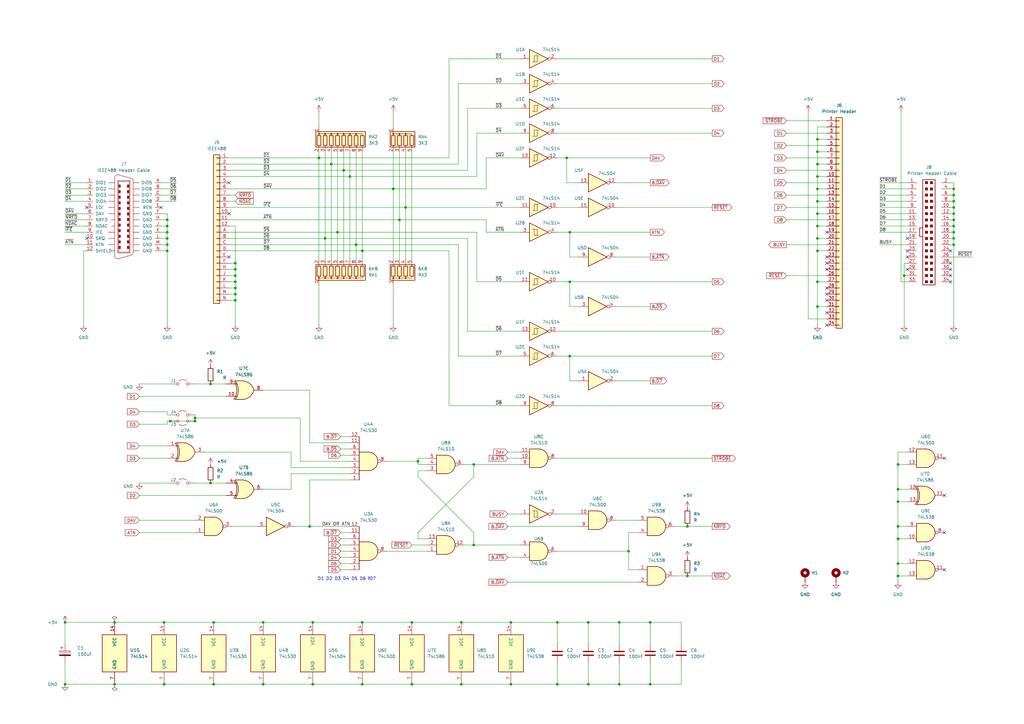
<source format=kicad_sch>
(kicad_sch (version 20250114) (generator "eeschema") (generator_version "9.0")
  (paper "A3")
  (title_block (title "F10-IEEE-IF IEEE488 Adapter for CBM 6400") (date "2024-06-21") (rev "A") (comment 1 "reverse-engineered in 2024") (comment 2 "creativecommons.org/licenses/by-sa/4.0/") (comment 3 "License: CC BY-SA 4.0") (comment 4 "Author: InsaneDruid"))
  (text "D1 D2 D3 D4 D5 D6 !D7" (at 142.24 237.49 0) (effects (font (size 1.27 1.27))))
  (junction (at 232.41 64.77))
  (junction (at 189.23 280.67))
  (junction (at 87.63 280.67))
  (junction (at 127 215.9))
  (junction (at 335.28 72.39))
  (junction (at 335.28 102.87))
  (junction (at 128.27 255.27))
  (junction (at 68.58 100.33))
  (junction (at 168.91 255.27))
  (junction (at 209.55 255.27))
  (junction (at 391.16 77.47))
  (junction (at 254 255.27))
  (junction (at 96.52 115.57))
  (junction (at 135.89 67.31))
  (junction (at 391.16 87.63))
  (junction (at 266.7 280.67))
  (junction (at 146.05 100.33))
  (junction (at 96.52 120.65))
  (junction (at 46.99 280.67))
  (junction (at 391.16 80.01))
  (junction (at 266.7 255.27))
  (junction (at 335.28 77.47))
  (junction (at 68.58 92.71))
  (junction (at 26.67 255.27))
  (junction (at 335.28 67.31))
  (junction (at 148.59 255.27))
  (junction (at 368.3 190.5))
  (junction (at 391.16 97.79))
  (junction (at 130.81 64.77))
  (junction (at 87.63 255.27))
  (junction (at 96.52 107.95))
  (junction (at 86.36 198.12))
  (junction (at 254 280.67))
  (junction (at 96.52 110.49))
  (junction (at 335.28 92.71))
  (junction (at 281.94 215.9))
  (junction (at 68.58 97.79))
  (junction (at 80.01 172.72))
  (junction (at 368.3 231.14))
  (junction (at 107.95 280.67))
  (junction (at 368.3 220.98))
  (junction (at 166.37 85.09))
  (junction (at 368.3 236.22))
  (junction (at 391.16 100.33))
  (junction (at 168.91 280.67))
  (junction (at 96.52 118.11))
  (junction (at 140.97 69.85))
  (junction (at 233.68 146.05))
  (junction (at 80.01 171.45))
  (junction (at 335.28 125.73))
  (junction (at 368.3 205.74))
  (junction (at 370.84 113.03))
  (junction (at 171.45 189.23))
  (junction (at 96.52 123.19))
  (junction (at 335.28 62.23))
  (junction (at 368.3 215.9))
  (junction (at 335.28 97.79))
  (junction (at 241.3 280.67))
  (junction (at 391.16 90.17))
  (junction (at 391.16 82.55))
  (junction (at 391.16 92.71))
  (junction (at 335.28 57.15))
  (junction (at 241.3 255.27))
  (junction (at 148.59 102.87))
  (junction (at 335.28 115.57))
  (junction (at 161.29 77.47))
  (junction (at 233.68 115.57))
  (junction (at 228.6 255.27))
  (junction (at 233.68 95.25))
  (junction (at 281.94 236.22))
  (junction (at 67.31 280.67))
  (junction (at 107.95 255.27))
  (junction (at 391.16 95.25))
  (junction (at 368.3 200.66))
  (junction (at 68.58 102.87))
  (junction (at 257.81 226.06))
  (junction (at 335.28 87.63))
  (junction (at 138.43 95.25))
  (junction (at 128.27 280.67))
  (junction (at 209.55 280.67))
  (junction (at 194.31 223.52))
  (junction (at 163.83 90.17))
  (junction (at 133.35 97.79))
  (junction (at 67.31 255.27))
  (junction (at 335.28 82.55))
  (junction (at 194.31 190.5))
  (junction (at 148.59 280.67))
  (junction (at 391.16 85.09))
  (junction (at 86.36 157.48))
  (junction (at 26.67 280.67))
  (junction (at 69.85 172.72))
  (junction (at 143.51 72.39))
  (junction (at 46.99 255.27))
  (junction (at 228.6 280.67))
  (junction (at 189.23 255.27))
  (junction (at 68.58 95.25))
  (junction (at 68.58 90.17))
  (junction (at 96.52 113.03))
  (no_connect (at 389.89 110.49))
  (no_connect (at 387.35 233.68))
  (no_connect (at 339.09 95.25))
  (no_connect (at 387.35 187.96))
  (no_connect (at 93.98 105.41))
  (no_connect (at 339.09 123.19))
  (no_connect (at 93.98 74.93))
  (no_connect (at 35.56 85.09))
  (no_connect (at 389.89 107.95))
  (no_connect (at 387.35 203.2))
  (no_connect (at 339.09 128.27))
  (no_connect (at 339.09 120.65))
  (no_connect (at 372.11 105.41))
  (no_connect (at 66.04 85.09))
  (no_connect (at 389.89 113.03))
  (no_connect (at 339.09 133.35))
  (no_connect (at 339.09 118.11))
  (no_connect (at 93.98 87.63))
  (no_connect (at 372.11 110.49))
  (no_connect (at 339.09 107.95))
  (no_connect (at 339.09 105.41))
  (no_connect (at 339.09 110.49))
  (no_connect (at 372.11 97.79))
  (no_connect (at 389.89 115.57))
  (no_connect (at 35.56 97.79))
  (no_connect (at 389.89 102.87))
  (no_connect (at 387.35 218.44))
  (no_connect (at 372.11 102.87))
  (wire (pts (xy 93.98 77.47) (xy 161.29 77.47)))
  (wire (pts (xy 228.6 34.29) (xy 292.1 34.29)))
  (wire (pts (xy 143.51 72.39) (xy 195.58 72.39)))
  (wire (pts (xy 195.58 54.61) (xy 213.36 54.61)))
  (wire (pts (xy 191.77 135.89) (xy 213.36 135.89)))
  (wire (pts (xy 166.37 62.23) (xy 166.37 85.09)))
  (wire (pts (xy 199.39 95.25) (xy 213.36 95.25)))
  (wire (pts (xy 86.36 157.48) (xy 92.71 157.48)))
  (wire (pts (xy 107.95 160.02) (xy 127 160.02)))
  (wire (pts (xy 322.58 113.03) (xy 339.09 113.03)))
  (wire (pts (xy 254 280.67) (xy 266.7 280.67)))
  (wire (pts (xy 228.6 44.45) (xy 292.1 44.45)))
  (wire (pts (xy 68.58 172.72) (xy 69.85 172.72)))
  (wire (pts (xy 93.98 100.33) (xy 146.05 100.33)))
  (wire (pts (xy 257.81 218.44) (xy 261.62 218.44)))
  (wire (pts (xy 391.16 97.79) (xy 389.89 97.79)))
  (wire (pts (xy 335.28 97.79) (xy 339.09 97.79)))
  (wire (pts (xy 391.16 95.25) (xy 391.16 97.79)))
  (wire (pts (xy 57.15 198.12) (xy 69.85 198.12)))
  (wire (pts (xy 194.31 223.52) (xy 213.36 223.52)))
  (wire (pts (xy 228.6 271.78) (xy 228.6 280.67)))
  (wire (pts (xy 199.39 90.17) (xy 199.39 95.25)))
  (wire (pts (xy 335.28 67.31) (xy 339.09 67.31)))
  (wire (pts (xy 372.11 95.25) (xy 360.68 95.25)))
  (wire (pts (xy 57.15 157.48) (xy 69.85 157.48)))
  (wire (pts (xy 80.01 171.45) (xy 123.19 171.45)))
  (wire (pts (xy 171.45 220.98) (xy 175.26 220.98)))
  (wire (pts (xy 276.86 215.9) (xy 281.94 215.9)))
  (wire (pts (xy 26.67 74.93) (xy 35.56 74.93)))
  (wire (pts (xy 139.7 186.69) (xy 143.51 186.69)))
  (wire (pts (xy 233.68 125.73) (xy 233.68 115.57)))
  (wire (pts (xy 96.52 92.71) (xy 96.52 107.95)))
  (wire (pts (xy 233.68 125.73) (xy 237.49 125.73)))
  (wire (pts (xy 93.98 85.09) (xy 166.37 85.09)))
  (wire (pts (xy 83.82 185.42) (xy 119.38 185.42)))
  (wire (pts (xy 191.77 44.45) (xy 191.77 69.85)))
  (wire (pts (xy 66.04 80.01) (xy 72.39 80.01)))
  (wire (pts (xy 26.67 100.33) (xy 35.56 100.33)))
  (wire (pts (xy 68.58 92.71) (xy 68.58 95.25)))
  (wire (pts (xy 252.73 213.36) (xy 261.62 213.36)))
  (wire (pts (xy 148.59 255.27) (xy 168.91 255.27)))
  (wire (pts (xy 335.28 67.31) (xy 335.28 72.39)))
  (wire (pts (xy 208.28 215.9) (xy 237.49 215.9)))
  (wire (pts (xy 322.58 69.85) (xy 339.09 69.85)))
  (wire (pts (xy 86.36 198.12) (xy 92.71 198.12)))
  (wire (pts (xy 87.63 255.27) (xy 107.95 255.27)))
  (wire (pts (xy 372.11 87.63) (xy 360.68 87.63)))
  (wire (pts (xy 26.67 255.27) (xy 46.99 255.27)))
  (wire (pts (xy 184.15 166.37) (xy 184.15 102.87)))
  (wire (pts (xy 26.67 90.17) (xy 35.56 90.17)))
  (wire (pts (xy 372.11 107.95) (xy 370.84 107.95)))
  (wire (pts (xy 96.52 80.01) (xy 93.98 80.01)))
  (wire (pts (xy 228.6 115.57) (xy 233.68 115.57)))
  (wire (pts (xy 139.7 223.52) (xy 143.51 223.52)))
  (wire (pts (xy 391.16 92.71) (xy 391.16 95.25)))
  (wire (pts (xy 107.95 280.67) (xy 128.27 280.67)))
  (wire (pts (xy 139.7 233.68) (xy 143.51 233.68)))
  (wire (pts (xy 66.04 95.25) (xy 68.58 95.25)))
  (wire (pts (xy 233.68 146.05) (xy 292.1 146.05)))
  (wire (pts (xy 228.6 85.09) (xy 237.49 85.09)))
  (wire (pts (xy 209.55 255.27) (xy 228.6 255.27)))
  (wire (pts (xy 391.16 100.33) (xy 389.89 100.33)))
  (wire (pts (xy 67.31 280.67) (xy 87.63 280.67)))
  (wire (pts (xy 257.81 218.44) (xy 257.81 226.06)))
  (wire (pts (xy 140.97 69.85) (xy 140.97 106.68)))
  (wire (pts (xy 372.11 113.03) (xy 370.84 113.03)))
  (wire (pts (xy 252.73 125.73) (xy 266.7 125.73)))
  (wire (pts (xy 119.38 191.77) (xy 143.51 191.77)))
  (wire (pts (xy 335.28 102.87) (xy 339.09 102.87)))
  (wire (pts (xy 127 196.85) (xy 143.51 196.85)))
  (wire (pts (xy 146.05 62.23) (xy 146.05 100.33)))
  (wire (pts (xy 368.3 236.22) (xy 368.3 238.76)))
  (wire (pts (xy 233.68 115.57) (xy 292.1 115.57)))
  (wire (pts (xy 123.19 189.23) (xy 143.51 189.23)))
  (wire (pts (xy 372.11 100.33) (xy 360.68 100.33)))
  (wire (pts (xy 208.28 210.82) (xy 213.36 210.82)))
  (wire (pts (xy 189.23 255.27) (xy 209.55 255.27)))
  (wire (pts (xy 208.28 238.76) (xy 261.62 238.76)))
  (wire (pts (xy 213.36 228.6) (xy 208.28 228.6)))
  (wire (pts (xy 130.81 45.72) (xy 130.81 52.07)))
  (wire (pts (xy 120.65 215.9) (xy 127 215.9)))
  (wire (pts (xy 93.98 90.17) (xy 163.83 90.17)))
  (wire (pts (xy 166.37 85.09) (xy 213.36 85.09)))
  (wire (pts (xy 93.98 95.25) (xy 138.43 95.25)))
  (wire (pts (xy 241.3 255.27) (xy 228.6 255.27)))
  (wire (pts (xy 93.98 64.77) (xy 130.81 64.77)))
  (wire (pts (xy 69.85 172.72) (xy 80.01 172.72)))
  (wire (pts (xy 168.91 62.23) (xy 168.91 106.68)))
  (wire (pts (xy 128.27 280.67) (xy 148.59 280.67)))
  (wire (pts (xy 233.68 156.21) (xy 237.49 156.21)))
  (wire (pts (xy 208.28 187.96) (xy 213.36 187.96)))
  (wire (pts (xy 266.7 280.67) (xy 266.7 271.78)))
  (wire (pts (xy 123.19 171.45) (xy 123.19 189.23)))
  (wire (pts (xy 184.15 24.13) (xy 213.36 24.13)))
  (wire (pts (xy 339.09 100.33) (xy 322.58 100.33)))
  (wire (pts (xy 26.67 82.55) (xy 35.56 82.55)))
  (wire (pts (xy 80.01 171.45) (xy 80.01 172.72)))
  (wire (pts (xy 322.58 54.61) (xy 339.09 54.61)))
  (wire (pts (xy 187.96 146.05) (xy 213.36 146.05)))
  (wire (pts (xy 368.3 236.22) (xy 372.11 236.22)))
  (wire (pts (xy 139.7 226.06) (xy 143.51 226.06)))
  (wire (pts (xy 66.04 77.47) (xy 72.39 77.47)))
  (wire (pts (xy 368.3 200.66) (xy 372.11 200.66)))
  (wire (pts (xy 184.15 24.13) (xy 184.15 64.77)))
  (wire (pts (xy 339.09 52.07) (xy 335.28 52.07)))
  (wire (pts (xy 228.6 226.06) (xy 257.81 226.06)))
  (wire (pts (xy 335.28 72.39) (xy 335.28 77.47)))
  (wire (pts (xy 233.68 95.25) (xy 266.7 95.25)))
  (wire (pts (xy 389.89 85.09) (xy 391.16 85.09)))
  (wire (pts (xy 339.09 115.57) (xy 335.28 115.57)))
  (wire (pts (xy 372.11 80.01) (xy 360.68 80.01)))
  (wire (pts (xy 276.86 236.22) (xy 281.94 236.22)))
  (wire (pts (xy 335.28 72.39) (xy 339.09 72.39)))
  (wire (pts (xy 228.6 24.13) (xy 292.1 24.13)))
  (wire (pts (xy 158.75 189.23) (xy 171.45 189.23)))
  (wire (pts (xy 335.28 62.23) (xy 335.28 67.31)))
  (wire (pts (xy 232.41 74.93) (xy 237.49 74.93)))
  (wire (pts (xy 57.15 162.56) (xy 92.71 162.56)))
  (wire (pts (xy 195.58 54.61) (xy 195.58 72.39)))
  (wire (pts (xy 57.15 203.2) (xy 92.71 203.2)))
  (wire (pts (xy 391.16 87.63) (xy 389.89 87.63)))
  (wire (pts (xy 135.89 62.23) (xy 135.89 67.31)))
  (wire (pts (xy 46.99 280.67) (xy 67.31 280.67)))
  (wire (pts (xy 368.3 185.42) (xy 372.11 185.42)))
  (wire (pts (xy 368.3 231.14) (xy 372.11 231.14)))
  (wire (pts (xy 368.3 231.14) (xy 368.3 236.22)))
  (wire (pts (xy 34.29 102.87) (xy 35.56 102.87)))
  (wire (pts (xy 194.31 190.5) (xy 194.31 195.58)))
  (wire (pts (xy 127 181.61) (xy 143.51 181.61)))
  (wire (pts (xy 368.3 220.98) (xy 372.11 220.98)))
  (wire (pts (xy 252.73 105.41) (xy 266.7 105.41)))
  (wire (pts (xy 68.58 87.63) (xy 68.58 90.17)))
  (wire (pts (xy 228.6 95.25) (xy 233.68 95.25)))
  (wire (pts (xy 146.05 100.33) (xy 146.05 106.68)))
  (wire (pts (xy 228.6 135.89) (xy 292.1 135.89)))
  (wire (pts (xy 335.28 57.15) (xy 339.09 57.15)))
  (wire (pts (xy 266.7 264.16) (xy 266.7 255.27)))
  (wire (pts (xy 368.3 205.74) (xy 372.11 205.74)))
  (wire (pts (xy 252.73 74.93) (xy 266.7 74.93)))
  (wire (pts (xy 140.97 62.23) (xy 140.97 69.85)))
  (wire (pts (xy 199.39 77.47) (xy 161.29 77.47)))
  (wire (pts (xy 26.67 92.71) (xy 35.56 92.71)))
  (wire (pts (xy 163.83 90.17) (xy 163.83 106.68)))
  (wire (pts (xy 194.31 223.52) (xy 194.31 218.44)))
  (wire (pts (xy 26.67 95.25) (xy 35.56 95.25)))
  (wire (pts (xy 257.81 233.68) (xy 257.81 226.06)))
  (wire (pts (xy 93.98 72.39) (xy 143.51 72.39)))
  (wire (pts (xy 391.16 87.63) (xy 391.16 90.17)))
  (wire (pts (xy 133.35 97.79) (xy 133.35 106.68)))
  (wire (pts (xy 391.16 80.01) (xy 389.89 80.01)))
  (wire (pts (xy 171.45 193.04) (xy 175.26 193.04)))
  (wire (pts (xy 66.04 97.79) (xy 68.58 97.79)))
  (wire (pts (xy 138.43 95.25) (xy 195.58 95.25)))
  (wire (pts (xy 161.29 77.47) (xy 161.29 106.68)))
  (wire (pts (xy 80.01 157.48) (xy 86.36 157.48)))
  (wire (pts (xy 93.98 123.19) (xy 96.52 123.19)))
  (wire (pts (xy 163.83 62.23) (xy 163.83 90.17)))
  (wire (pts (xy 391.16 77.47) (xy 389.89 77.47)))
  (wire (pts (xy 139.7 184.15) (xy 143.51 184.15)))
  (wire (pts (xy 369.57 45.72) (xy 369.57 115.57)))
  (wire (pts (xy 128.27 255.27) (xy 148.59 255.27)))
  (wire (pts (xy 266.7 255.27) (xy 254 255.27)))
  (wire (pts (xy 158.75 226.06) (xy 175.26 226.06)))
  (wire (pts (xy 138.43 62.23) (xy 138.43 95.25)))
  (wire (pts (xy 135.89 67.31) (xy 135.89 106.68)))
  (wire (pts (xy 171.45 187.96) (xy 175.26 187.96)))
  (wire (pts (xy 391.16 82.55) (xy 389.89 82.55)))
  (wire (pts (xy 96.52 115.57) (xy 96.52 118.11)))
  (wire (pts (xy 335.28 77.47) (xy 339.09 77.47)))
  (wire (pts (xy 368.3 185.42) (xy 368.3 190.5)))
  (wire (pts (xy 96.52 113.03) (xy 96.52 115.57)))
  (wire (pts (xy 368.3 200.66) (xy 368.3 205.74)))
  (wire (pts (xy 254 255.27) (xy 241.3 255.27)))
  (wire (pts (xy 93.98 113.03) (xy 96.52 113.03)))
  (wire (pts (xy 391.16 100.33) (xy 391.16 133.35)))
  (wire (pts (xy 335.28 125.73) (xy 335.28 133.35)))
  (wire (pts (xy 93.98 102.87) (xy 148.59 102.87)))
  (wire (pts (xy 335.28 82.55) (xy 335.28 87.63)))
  (wire (pts (xy 96.52 118.11) (xy 96.52 120.65)))
  (wire (pts (xy 368.3 215.9) (xy 368.3 220.98)))
  (wire (pts (xy 187.96 146.05) (xy 187.96 100.33)))
  (wire (pts (xy 195.58 115.57) (xy 213.36 115.57)))
  (wire (pts (xy 254 255.27) (xy 254 264.16)))
  (wire (pts (xy 107.95 200.66) (xy 119.38 200.66)))
  (wire (pts (xy 195.58 115.57) (xy 195.58 95.25)))
  (wire (pts (xy 26.67 87.63) (xy 35.56 87.63)))
  (wire (pts (xy 26.67 255.27) (xy 26.67 264.16)))
  (wire (pts (xy 322.58 64.77) (xy 339.09 64.77)))
  (wire (pts (xy 107.95 255.27) (xy 128.27 255.27)))
  (wire (pts (xy 168.91 223.52) (xy 175.26 223.52)))
  (wire (pts (xy 148.59 62.23) (xy 148.59 102.87)))
  (wire (pts (xy 57.15 218.44) (xy 80.01 218.44)))
  (wire (pts (xy 209.55 280.67) (xy 228.6 280.67)))
  (wire (pts (xy 96.52 107.95) (xy 96.52 110.49)))
  (wire (pts (xy 93.98 120.65) (xy 96.52 120.65)))
  (wire (pts (xy 57.15 187.96) (xy 68.58 187.96)))
  (wire (pts (xy 228.6 166.37) (xy 292.1 166.37)))
  (wire (pts (xy 372.11 85.09) (xy 360.68 85.09)))
  (wire (pts (xy 368.3 190.5) (xy 372.11 190.5)))
  (wire (pts (xy 208.28 185.42) (xy 213.36 185.42)))
  (wire (pts (xy 372.11 77.47) (xy 360.68 77.47)))
  (wire (pts (xy 68.58 173.99) (xy 57.15 173.99)))
  (wire (pts (xy 168.91 280.67) (xy 189.23 280.67)))
  (wire (pts (xy 391.16 95.25) (xy 389.89 95.25)))
  (wire (pts (xy 66.04 90.17) (xy 68.58 90.17)))
  (wire (pts (xy 138.43 95.25) (xy 138.43 106.68)))
  (wire (pts (xy 143.51 62.23) (xy 143.51 72.39)))
  (wire (pts (xy 228.6 64.77) (xy 232.41 64.77)))
  (wire (pts (xy 398.78 105.41) (xy 389.89 105.41)))
  (wire (pts (xy 26.67 77.47) (xy 35.56 77.47)))
  (wire (pts (xy 241.3 255.27) (xy 241.3 264.16)))
  (wire (pts (xy 254 271.78) (xy 254 280.67)))
  (wire (pts (xy 96.52 82.55) (xy 93.98 82.55)))
  (wire (pts (xy 26.67 271.78) (xy 26.67 280.67)))
  (wire (pts (xy 171.45 190.5) (xy 171.45 189.23)))
  (wire (pts (xy 96.52 110.49) (xy 96.52 113.03)))
  (wire (pts (xy 93.98 97.79) (xy 133.35 97.79)))
  (wire (pts (xy 372.11 82.55) (xy 360.68 82.55)))
  (wire (pts (xy 199.39 64.77) (xy 213.36 64.77)))
  (wire (pts (xy 130.81 64.77) (xy 184.15 64.77)))
  (wire (pts (xy 279.4 255.27) (xy 279.4 264.16)))
  (wire (pts (xy 233.68 156.21) (xy 233.68 146.05)))
  (wire (pts (xy 252.73 85.09) (xy 292.1 85.09)))
  (wire (pts (xy 372.11 92.71) (xy 360.68 92.71)))
  (wire (pts (xy 171.45 193.04) (xy 171.45 195.58)))
  (wire (pts (xy 68.58 95.25) (xy 68.58 97.79)))
  (wire (pts (xy 119.38 200.66) (xy 119.38 194.31)))
  (wire (pts (xy 370.84 113.03) (xy 370.84 133.35)))
  (wire (pts (xy 139.7 218.44) (xy 143.51 218.44)))
  (wire (pts (xy 252.73 156.21) (xy 266.7 156.21)))
  (wire (pts (xy 143.51 72.39) (xy 143.51 106.68)))
  (wire (pts (xy 335.28 97.79) (xy 335.28 102.87)))
  (wire (pts (xy 66.04 100.33) (xy 68.58 100.33)))
  (wire (pts (xy 57.15 182.88) (xy 68.58 182.88)))
  (wire (pts (xy 372.11 74.93) (xy 360.68 74.93)))
  (wire (pts (xy 228.6 210.82) (xy 237.49 210.82)))
  (wire (pts (xy 194.31 223.52) (xy 190.5 223.52)))
  (wire (pts (xy 279.4 271.78) (xy 279.4 280.67)))
  (wire (pts (xy 119.38 194.31) (xy 143.51 194.31)))
  (wire (pts (xy 168.91 255.27) (xy 189.23 255.27)))
  (wire (pts (xy 139.7 179.07) (xy 143.51 179.07)))
  (wire (pts (xy 335.28 87.63) (xy 339.09 87.63)))
  (wire (pts (xy 93.98 107.95) (xy 96.52 107.95)))
  (wire (pts (xy 80.01 198.12) (xy 86.36 198.12)))
  (wire (pts (xy 171.45 189.23) (xy 171.45 187.96)))
  (wire (pts (xy 166.37 85.09) (xy 166.37 106.68)))
  (wire (pts (xy 191.77 135.89) (xy 191.77 97.79)))
  (wire (pts (xy 66.04 102.87) (xy 68.58 102.87)))
  (wire (pts (xy 68.58 170.18) (xy 68.58 168.91)))
  (wire (pts (xy 93.98 92.71) (xy 96.52 92.71)))
  (wire (pts (xy 368.3 205.74) (xy 368.3 215.9)))
  (wire (pts (xy 233.68 105.41) (xy 233.68 95.25)))
  (wire (pts (xy 68.58 97.79) (xy 68.58 100.33)))
  (wire (pts (xy 96.52 123.19) (xy 96.52 133.35)))
  (wire (pts (xy 26.67 80.01) (xy 35.56 80.01)))
  (wire (pts (xy 335.28 92.71) (xy 335.28 97.79)))
  (wire (pts (xy 368.3 220.98) (xy 368.3 231.14)))
  (wire (pts (xy 391.16 90.17) (xy 389.89 90.17)))
  (wire (pts (xy 228.6 280.67) (xy 241.3 280.67)))
  (wire (pts (xy 57.15 213.36) (xy 80.01 213.36)))
  (wire (pts (xy 391.16 77.47) (xy 391.16 80.01)))
  (wire (pts (xy 80.01 170.18) (xy 80.01 171.45)))
  (wire (pts (xy 228.6 54.61) (xy 292.1 54.61)))
  (wire (pts (xy 95.25 215.9) (xy 105.41 215.9)))
  (wire (pts (xy 68.58 170.18) (xy 69.85 170.18)))
  (wire (pts (xy 391.16 74.93) (xy 391.16 77.47)))
  (wire (pts (xy 171.45 220.98) (xy 171.45 218.44)))
  (wire (pts (xy 139.7 220.98) (xy 143.51 220.98)))
  (wire (pts (xy 335.28 82.55) (xy 339.09 82.55)))
  (wire (pts (xy 322.58 59.69) (xy 339.09 59.69)))
  (wire (pts (xy 191.77 44.45) (xy 213.36 44.45)))
  (wire (pts (xy 68.58 102.87) (xy 68.58 133.35)))
  (wire (pts (xy 391.16 82.55) (xy 391.16 85.09)))
  (wire (pts (xy 322.58 85.09) (xy 339.09 85.09)))
  (wire (pts (xy 148.59 102.87) (xy 148.59 106.68)))
  (wire (pts (xy 184.15 166.37) (xy 213.36 166.37)))
  (wire (pts (xy 335.28 77.47) (xy 335.28 82.55)))
  (wire (pts (xy 391.16 92.71) (xy 389.89 92.71)))
  (wire (pts (xy 46.99 255.27) (xy 67.31 255.27)))
  (wire (pts (xy 372.11 115.57) (xy 369.57 115.57)))
  (wire (pts (xy 232.41 64.77) (xy 232.41 74.93)))
  (wire (pts (xy 139.7 231.14) (xy 143.51 231.14)))
  (wire (pts (xy 96.52 120.65) (xy 96.52 123.19)))
  (wire (pts (xy 130.81 64.77) (xy 130.81 106.68)))
  (wire (pts (xy 232.41 64.77) (xy 266.7 64.77)))
  (wire (pts (xy 279.4 280.67) (xy 266.7 280.67)))
  (wire (pts (xy 133.35 62.23) (xy 133.35 97.79)))
  (wire (pts (xy 148.59 280.67) (xy 168.91 280.67)))
  (wire (pts (xy 163.83 90.17) (xy 199.39 90.17)))
  (wire (pts (xy 26.67 280.67) (xy 46.99 280.67)))
  (wire (pts (xy 148.59 102.87) (xy 184.15 102.87)))
  (wire (pts (xy 130.81 133.35) (xy 130.81 116.84)))
  (wire (pts (xy 322.58 49.53) (xy 339.09 49.53)))
  (wire (pts (xy 322.58 80.01) (xy 339.09 80.01)))
  (wire (pts (xy 87.63 280.67) (xy 107.95 280.67)))
  (wire (pts (xy 140.97 69.85) (xy 191.77 69.85)))
  (wire (pts (xy 190.5 190.5) (xy 194.31 190.5)))
  (wire (pts (xy 171.45 218.44) (xy 194.31 195.58)))
  (wire (pts (xy 322.58 74.93) (xy 339.09 74.93)))
  (wire (pts (xy 161.29 133.35) (xy 161.29 116.84)))
  (wire (pts (xy 139.7 228.6) (xy 143.51 228.6)))
  (wire (pts (xy 335.28 115.57) (xy 335.28 125.73)))
  (wire (pts (xy 391.16 97.79) (xy 391.16 100.33)))
  (wire (pts (xy 34.29 102.87) (xy 34.29 133.35)))
  (wire (pts (xy 133.35 97.79) (xy 191.77 97.79)))
  (wire (pts (xy 66.04 74.93) (xy 72.39 74.93)))
  (wire (pts (xy 228.6 187.96) (xy 292.1 187.96)))
  (wire (pts (xy 279.4 255.27) (xy 266.7 255.27)))
  (wire (pts (xy 335.28 57.15) (xy 335.28 62.23)))
  (wire (pts (xy 66.04 87.63) (xy 68.58 87.63)))
  (wire (pts (xy 66.04 82.55) (xy 72.39 82.55)))
  (wire (pts (xy 171.45 190.5) (xy 175.26 190.5)))
  (wire (pts (xy 281.94 215.9) (xy 292.1 215.9)))
  (wire (pts (xy 233.68 105.41) (xy 237.49 105.41)))
  (wire (pts (xy 187.96 67.31) (xy 187.96 34.29)))
  (wire (pts (xy 335.28 52.07) (xy 335.28 57.15)))
  (wire (pts (xy 335.28 87.63) (xy 335.28 92.71)))
  (wire (pts (xy 254 280.67) (xy 241.3 280.67)))
  (wire (pts (xy 335.28 62.23) (xy 339.09 62.23)))
  (wire (pts (xy 93.98 67.31) (xy 135.89 67.31)))
  (wire (pts (xy 66.04 92.71) (xy 68.58 92.71)))
  (wire (pts (xy 339.09 130.81) (xy 331.47 130.81)))
  (wire (pts (xy 67.31 255.27) (xy 87.63 255.27)))
  (wire (pts (xy 391.16 80.01) (xy 391.16 82.55)))
  (wire (pts (xy 335.28 102.87) (xy 335.28 115.57)))
  (wire (pts (xy 187.96 34.29) (xy 213.36 34.29)))
  (wire (pts (xy 372.11 215.9) (xy 368.3 215.9)))
  (wire (pts (xy 161.29 45.72) (xy 161.29 52.07)))
  (wire (pts (xy 228.6 255.27) (xy 228.6 264.16)))
  (wire (pts (xy 146.05 100.33) (xy 187.96 100.33)))
  (wire (pts (xy 93.98 110.49) (xy 96.52 110.49)))
  (wire (pts (xy 241.3 271.78) (xy 241.3 280.67)))
  (wire (pts (xy 130.81 62.23) (xy 130.81 64.77)))
  (wire (pts (xy 127 215.9) (xy 143.51 215.9)))
  (wire (pts (xy 68.58 90.17) (xy 68.58 92.71)))
  (wire (pts (xy 189.23 280.67) (xy 209.55 280.67)))
  (wire (pts (xy 93.98 118.11) (xy 96.52 118.11)))
  (wire (pts (xy 68.58 100.33) (xy 68.58 102.87)))
  (wire (pts (xy 194.31 190.5) (xy 213.36 190.5)))
  (wire (pts (xy 171.45 195.58) (xy 194.31 218.44)))
  (wire (pts (xy 391.16 85.09) (xy 391.16 87.63)))
  (wire (pts (xy 368.3 190.5) (xy 368.3 200.66)))
  (wire (pts (xy 127 196.85) (xy 127 215.9)))
  (wire (pts (xy 335.28 92.71) (xy 339.09 92.71)))
  (wire (pts (xy 370.84 107.95) (xy 370.84 113.03)))
  (wire (pts (xy 389.89 74.93) (xy 391.16 74.93)))
  (wire (pts (xy 127 160.02) (xy 127 181.61)))
  (wire (pts (xy 161.29 62.23) (xy 161.29 77.47)))
  (wire (pts (xy 335.28 125.73) (xy 339.09 125.73)))
  (wire (pts (xy 322.58 90.17) (xy 339.09 90.17)))
  (wire (pts (xy 391.16 90.17) (xy 391.16 92.71)))
  (wire (pts (xy 93.98 115.57) (xy 96.52 115.57)))
  (wire (pts (xy 68.58 172.72) (xy 68.58 173.99)))
  (wire (pts (xy 228.6 146.05) (xy 233.68 146.05)))
  (wire (pts (xy 372.11 90.17) (xy 360.68 90.17)))
  (wire (pts (xy 68.58 168.91) (xy 57.15 168.91)))
  (wire (pts (xy 281.94 236.22) (xy 292.1 236.22)))
  (wire (pts (xy 331.47 45.72) (xy 331.47 130.81)))
  (wire (pts (xy 93.98 69.85) (xy 140.97 69.85)))
  (wire (pts (xy 135.89 67.31) (xy 187.96 67.31)))
  (wire (pts (xy 261.62 233.68) (xy 257.81 233.68)))
  (wire (pts (xy 119.38 185.42) (xy 119.38 191.77)))
  (wire (pts (xy 199.39 64.77) (xy 199.39 77.47)))
  (label "~{DAV}" (at 203.2 64.77 0))
  (label "~{D3}" (at 26.67 80.01 0))
  (label "~{STROBE}" (at 360.68 74.93 0))
  (label "~{D1}" (at 26.67 74.93 0))
  (label "BUSY" (at 360.68 100.33 0))
  (label "~{D5}" (at 203.2 115.57 0))
  (label "~{D6}" (at 107.95 97.79 0))
  (label "~{D5}" (at 72.39 74.93 180))
  (label "~{~{IFC}}" (at 203.2 85.09 0))
  (label "~{DAV}" (at 26.67 87.63 0))
  (label "~{D7}" (at 107.95 100.33 0))
  (label "D4" (at 360.68 85.09 0))
  (label "~{NDAC}" (at 26.67 92.71 0))
  (label "D5" (at 360.68 87.63 0))
  (label "~{D8}" (at 203.2 166.37 0))
  (label "~{~{IFC}}" (at 26.67 95.25 0))
  (label "~{D1}" (at 203.2 24.13 0))
  (label "D1" (at 360.68 77.47 0))
  (label "~{D1}" (at 107.95 64.77 0))
  (label "~{D4}" (at 203.2 54.61 0))
  (label "~{D6}" (at 203.2 135.89 0))
  (label "~{ATN}" (at 107.95 90.17 0))
  (label "D2" (at 360.68 80.01 0))
  (label "~{RESET}" (at 398.78 105.41 180))
  (label "~{D2}" (at 26.67 77.47 0))
  (label "D8" (at 360.68 95.25 0))
  (label "~{D3}" (at 203.2 44.45 0))
  (label "~{D4}" (at 107.95 72.39 0))
  (label "~{D3}" (at 107.95 69.85 0))
  (label "~{ATN}" (at 26.67 100.33 0))
  (label "~{D8}" (at 107.95 102.87 0))
  (label "~{D7}" (at 72.39 80.01 180))
  (label "D3" (at 360.68 82.55 0))
  (label "~{D4}" (at 26.67 82.55 0))
  (label "~{D7}" (at 203.2 146.05 0))
  (label "~{DAV}" (at 107.95 77.47 0))
  (label "~{D8}" (at 72.39 82.55 180))
  (label "D6" (at 360.68 90.17 0))
  (label "~{D2}" (at 107.95 67.31 0))
  (label "D7" (at 360.68 92.71 0))
  (label "~{D2}" (at 203.2 34.29 0))
  (label "~{NRFD}" (at 26.67 90.17 0))
  (label "~{D6}" (at 72.39 77.47 180))
  (label "~{~{IFC}}" (at 107.95 85.09 0))
  (label "DAV OR ATN" (at 132.08 215.9 0))
  (label "~{ATN}" (at 203.2 95.25 0))
  (label "~{D5}" (at 107.95 95.25 0))
  (global_label "~{RESET}" (shape input) (at 322.58 113.03 180) (property "Intersheetrefs" "${INTERSHEET_REFS}" (effects (hide yes))))
  (global_label "D3" (shape input) (at 57.15 187.96 180) (property "Intersheetrefs" "${INTERSHEET_REFS}" (effects (hide yes))))
  (global_label "D1" (shape input) (at 322.58 54.61 180) (property "Intersheetrefs" "${INTERSHEET_REFS}" (effects (hide yes))))
  (global_label "~{NRFD}" (shape output) (at 292.1 215.9 0) (property "Intersheetrefs" "${INTERSHEET_REFS}" (effects (hide yes))))
  (global_label "D8" (shape input) (at 322.58 90.17 180) (property "Intersheetrefs" "${INTERSHEET_REFS}" (effects (hide yes))))
  (global_label "D4" (shape input) (at 57.15 168.91 180) (property "Intersheetrefs" "${INTERSHEET_REFS}" (effects (hide yes))))
  (global_label "D3" (shape output) (at 292.1 44.45 0) (property "Intersheetrefs" "${INTERSHEET_REFS}" (effects (hide yes))))
  (global_label "B.~{D7}" (shape input) (at 139.7 179.07 180) (property "Intersheetrefs" "${INTERSHEET_REFS}" (effects (hide yes))))
  (global_label "D1" (shape input) (at 57.15 162.56 180) (property "Intersheetrefs" "${INTERSHEET_REFS}" (effects (hide yes))))
  (global_label "D4" (shape input) (at 57.15 182.88 180) (property "Intersheetrefs" "${INTERSHEET_REFS}" (effects (hide yes))))
  (global_label "D7" (shape output) (at 292.1 146.05 0) (property "Intersheetrefs" "${INTERSHEET_REFS}" (effects (hide yes))))
  (global_label "ATN" (shape output) (at 266.7 95.25 0) (property "Intersheetrefs" "${INTERSHEET_REFS}" (effects (hide yes))))
  (global_label "D8" (shape output) (at 292.1 166.37 0) (property "Intersheetrefs" "${INTERSHEET_REFS}" (effects (hide yes))))
  (global_label "D1" (shape output) (at 292.1 24.13 0) (property "Intersheetrefs" "${INTERSHEET_REFS}" (effects (hide yes))))
  (global_label "D2" (shape input) (at 322.58 59.69 180) (property "Intersheetrefs" "${INTERSHEET_REFS}" (effects (hide yes))))
  (global_label "~{STROBE}" (shape output) (at 292.1 187.96 0) (property "Intersheetrefs" "${INTERSHEET_REFS}" (effects (hide yes))))
  (global_label "D2" (shape input) (at 57.15 203.2 180) (property "Intersheetrefs" "${INTERSHEET_REFS}" (effects (hide yes))))
  (global_label "DAV" (shape input) (at 208.28 185.42 180) (property "Intersheetrefs" "${INTERSHEET_REFS}" (effects (hide yes))))
  (global_label "D4" (shape input) (at 322.58 69.85 180) (property "Intersheetrefs" "${INTERSHEET_REFS}" (effects (hide yes))))
  (global_label "D6" (shape input) (at 322.58 80.01 180) (property "Intersheetrefs" "${INTERSHEET_REFS}" (effects (hide yes))))
  (global_label "BUSY" (shape input) (at 208.28 210.82 180) (property "Intersheetrefs" "${INTERSHEET_REFS}" (effects (hide yes))))
  (global_label "DAV" (shape input) (at 57.15 213.36 180) (property "Intersheetrefs" "${INTERSHEET_REFS}" (effects (hide yes))))
  (global_label "B.~{DAV}" (shape input) (at 208.28 238.76 180) (property "Intersheetrefs" "${INTERSHEET_REFS}" (effects (hide yes))))
  (global_label "B.~{ATN}" (shape input) (at 208.28 187.96 180) (property "Intersheetrefs" "${INTERSHEET_REFS}" (effects (hide yes))))
  (global_label "D6" (shape output) (at 292.1 135.89 0) (property "Intersheetrefs" "${INTERSHEET_REFS}" (effects (hide yes))))
  (global_label "D1" (shape input) (at 139.7 226.06 180) (property "Intersheetrefs" "${INTERSHEET_REFS}" (effects (hide yes))))
  (global_label "D3" (shape input) (at 57.15 173.99 180) (property "Intersheetrefs" "${INTERSHEET_REFS}" (effects (hide yes))))
  (global_label "~{NDAC}" (shape input) (at 96.52 82.55 0) (property "Intersheetrefs" "${INTERSHEET_REFS}" (effects (hide yes))))
  (global_label "D6" (shape input) (at 139.7 186.69 180) (property "Intersheetrefs" "${INTERSHEET_REFS}" (effects (hide yes))))
  (global_label "D5" (shape output) (at 292.1 115.57 0) (property "Intersheetrefs" "${INTERSHEET_REFS}" (effects (hide yes))))
  (global_label "B.~{D5}" (shape output) (at 266.7 125.73 0) (property "Intersheetrefs" "${INTERSHEET_REFS}" (effects (hide yes))))
  (global_label "D5" (shape input) (at 322.58 74.93 180) (property "Intersheetrefs" "${INTERSHEET_REFS}" (effects (hide yes))))
  (global_label "D5" (shape input) (at 139.7 233.68 180) (property "Intersheetrefs" "${INTERSHEET_REFS}" (effects (hide yes))))
  (global_label "B.~{D7}" (shape input) (at 139.7 218.44 180) (property "Intersheetrefs" "${INTERSHEET_REFS}" (effects (hide yes))))
  (global_label "~{NRFD}" (shape input) (at 96.52 80.01 0) (property "Intersheetrefs" "${INTERSHEET_REFS}" (effects (hide yes))))
  (global_label "D2" (shape output) (at 292.1 34.29 0) (property "Intersheetrefs" "${INTERSHEET_REFS}" (effects (hide yes))))
  (global_label "D3" (shape input) (at 322.58 64.77 180) (property "Intersheetrefs" "${INTERSHEET_REFS}" (effects (hide yes))))
  (global_label "B.~{ATN}" (shape input) (at 208.28 228.6 180) (property "Intersheetrefs" "${INTERSHEET_REFS}" (effects (hide yes))))
  (global_label "D4" (shape input) (at 139.7 228.6 180) (property "Intersheetrefs" "${INTERSHEET_REFS}" (effects (hide yes))))
  (global_label "B.~{D5}" (shape input) (at 139.7 184.15 180) (property "Intersheetrefs" "${INTERSHEET_REFS}" (effects (hide yes))))
  (global_label "D2" (shape input) (at 139.7 223.52 180) (property "Intersheetrefs" "${INTERSHEET_REFS}" (effects (hide yes))))
  (global_label "ATN" (shape input) (at 57.15 218.44 180) (property "Intersheetrefs" "${INTERSHEET_REFS}" (effects (hide yes))))
  (global_label "DAV" (shape output) (at 266.7 64.77 0) (property "Intersheetrefs" "${INTERSHEET_REFS}" (effects (hide yes))))
  (global_label "D4" (shape output) (at 292.1 54.61 0) (property "Intersheetrefs" "${INTERSHEET_REFS}" (effects (hide yes))))
  (global_label "~{STROBE}" (shape input) (at 322.58 49.53 180) (property "Intersheetrefs" "${INTERSHEET_REFS}" (effects (hide yes))))
  (global_label "D3" (shape input) (at 139.7 220.98 180) (property "Intersheetrefs" "${INTERSHEET_REFS}" (effects (hide yes))))
  (global_label "D7" (shape input) (at 322.58 85.09 180) (property "Intersheetrefs" "${INTERSHEET_REFS}" (effects (hide yes))))
  (global_label "~{NDAC}" (shape output) (at 292.1 236.22 0) (property "Intersheetrefs" "${INTERSHEET_REFS}" (effects (hide yes))))
  (global_label "B.~{D7}" (shape output) (at 266.7 156.21 0) (property "Intersheetrefs" "${INTERSHEET_REFS}" (effects (hide yes))))
  (global_label "~{RESET}" (shape output) (at 292.1 85.09 0) (property "Intersheetrefs" "${INTERSHEET_REFS}" (effects (hide yes))))
  (global_label "D6" (shape input) (at 139.7 231.14 180) (property "Intersheetrefs" "${INTERSHEET_REFS}" (effects (hide yes))))
  (global_label "B.~{DAV}" (shape output) (at 266.7 74.93 0) (property "Intersheetrefs" "${INTERSHEET_REFS}" (effects (hide yes))))
  (global_label "B.~{DAV}" (shape input) (at 208.28 215.9 180) (property "Intersheetrefs" "${INTERSHEET_REFS}" (effects (hide yes))))
  (global_label "~{RESET}" (shape input) (at 168.91 223.52 180) (property "Intersheetrefs" "${INTERSHEET_REFS}" (effects (hide yes))))
  (global_label "B.~{ATN}" (shape output) (at 266.7 105.41 0) (property "Intersheetrefs" "${INTERSHEET_REFS}" (effects (hide yes))))
  (global_label "BUSY" (shape output) (at 322.58 100.33 180) (property "Intersheetrefs" "${INTERSHEET_REFS}" (effects (hide yes))))
  (symbol (lib_id "74xx:74LS14") (at 220.98 115.57 0) (unit 5)
    (property "Reference" "U1" (at 213.36 111.76 0))
    (property "Value" "74LS14" (at 226.06 111.76 0))
    (property "Footprint" "Package_DIP:DIP-14_W7.62mm" (effects (hide yes)))
    (property "Datasheet" "http://www.ti.com/lit/gpn/sn74LS14" (effects (hide yes)))
    (property "Description" "Hex inverter schmitt trigger" (effects (hide yes)))
  )
  (symbol (lib_id "power:GND") (at 370.84 133.35 0) (mirror y) (unit 1)
    (property "Reference" "#PWR020" (effects (hide yes)))
    (property "Value" "GND" (at 370.84 138.43 0))
    (property "Description" "Power symbol creates a global label with name \"GND\" , ground" (effects (hide yes)))
  )
  (symbol (lib_id "Device:C") (at 241.3 267.97 0) (unit 1)
    (property "Reference" "C3" (at 245.11 266.6999 0) (effects (justify left)))
    (property "Value" "100nF" (at 245.11 269.2399 0) (effects (justify left)))
    (property "Footprint" "F10-IEEE-IF_lib_fp:C_Disc_D4.3mm_W1.9mm_P5.00mm" (effects (hide yes)))
    (property "Description" "Unpolarized capacitor" (effects (hide yes)))
  )
  (symbol (lib_id "Jumper:Jumper_2_Open") (at 74.93 198.12 0) (unit 1) (exclude_from_sim yes) (in_bom no)
    (property "Reference" "J2" (at 71.12 196.85 0))
    (property "Value" "Jumper_2_Open" (effects (hide yes)))
    (property "Footprint" "F10-IEEE-IF_lib_fp:Jumper_Wire" (effects (hide yes)))
    (property "Description" "Jumper, 2-pole, open" (effects (hide yes)))
  )
  (symbol (lib_id "Device:C_Polarized") (at 26.67 267.97 0) (unit 1)
    (property "Reference" "C1" (at 31.75 265.8109 0) (effects (justify left)))
    (property "Value" "100uF" (at 31.75 268.3509 0) (effects (justify left)))
    (property "Footprint" "F10-IEEE-IF_lib_fp:CP_Axial_L11.0mm_D5.0mm_P20.32mm_Horizontal" (effects (hide yes)))
    (property "Description" "Polarized capacitor" (effects (hide yes)))
  )
  (symbol (lib_id "74xx:74LS14") (at 220.98 34.29 0) (unit 2)
    (property "Reference" "U1" (at 213.36 30.48 0))
    (property "Value" "74LS14" (at 226.06 30.48 0))
    (property "Footprint" "Package_DIP:DIP-14_W7.62mm" (effects (hide yes)))
    (property "Datasheet" "http://www.ti.com/lit/gpn/sn74LS14" (effects (hide yes)))
    (property "Description" "Hex inverter schmitt trigger" (effects (hide yes)))
  )
  (symbol (lib_id "power:+5V") (at 369.57 45.72 0) (mirror y) (unit 1)
    (property "Reference" "#PWR018" (effects (hide yes)))
    (property "Value" "+5V" (at 369.57 40.64 0))
    (property "Description" "Power symbol creates a global label with name \"+5V\"" (effects (hide yes)))
  )
  (symbol (lib_id "74xx:74LS10") (at 189.23 267.97 0) (unit 4)
    (property "Reference" "U8" (at 195.58 266.6999 0) (effects (justify left)))
    (property "Value" "74LS10" (at 195.58 269.2399 0) (effects (justify left)))
    (property "Footprint" "Package_DIP:DIP-14_W7.62mm" (effects (hide yes)))
    (property "Datasheet" "http://www.ti.com/lit/gpn/sn74LS10" (effects (hide yes)))
    (property "Description" "Triple 3-input NAND" (effects (hide yes)))
  )
  (symbol (lib_id "74xx:74LS14") (at 220.98 24.13 0) (unit 1)
    (property "Reference" "U1" (at 213.36 20.32 0))
    (property "Value" "74LS14" (at 226.06 20.32 0))
    (property "Footprint" "Package_DIP:DIP-14_W7.62mm" (effects (hide yes)))
    (property "Datasheet" "http://www.ti.com/lit/gpn/sn74LS14" (effects (hide yes)))
    (property "Description" "Hex inverter schmitt trigger" (effects (hide yes)))
  )
  (symbol (lib_id "74xx:74LS14") (at 220.98 135.89 0) (unit 6)
    (property "Reference" "U1" (at 213.36 132.08 0))
    (property "Value" "74LS14" (at 226.06 132.08 0))
    (property "Footprint" "Package_DIP:DIP-14_W7.62mm" (effects (hide yes)))
    (property "Datasheet" "http://www.ti.com/lit/gpn/sn74LS14" (effects (hide yes)))
    (property "Description" "Hex inverter schmitt trigger" (effects (hide yes)))
  )
  (symbol (lib_id "74xx:74LS14") (at 67.31 267.97 0) (unit 7)
    (property "Reference" "U2" (at 73.66 266.6999 0) (effects (justify left)))
    (property "Value" "74LS14" (at 73.66 269.2399 0) (effects (justify left)))
    (property "Footprint" "Package_DIP:DIP-14_W7.62mm" (effects (hide yes)))
    (property "Datasheet" "http://www.ti.com/lit/gpn/sn74LS14" (effects (hide yes)))
    (property "Description" "Hex inverter schmitt trigger" (effects (hide yes)))
  )
  (symbol (lib_id "74xx:74LS00") (at 245.11 213.36 0) (mirror x) (unit 3)
    (property "Reference" "U6" (at 245.1017 204.47 0))
    (property "Value" "74LS00" (at 245.1017 207.01 0))
    (property "Footprint" "Package_DIP:DIP-14_W7.62mm" (effects (hide yes)))
    (property "Datasheet" "http://www.ti.com/lit/gpn/sn74ls00" (effects (hide yes)))
    (property "Description" "quad 2-input NAND gate" (effects (hide yes)))
  )
  (symbol (lib_id "Device:R") (at 281.94 232.41 0) (unit 1)
    (property "Reference" "R3" (at 284.48 231.1399 0) (effects (justify left)))
    (property "Value" "R" (at 284.48 233.6799 0) (effects (justify left)))
    (property "Footprint" "F10-IEEE-IF_lib_fp:R_Axial_DIN0207_L6.3mm_D2.5mm_P10.16mm_Horizontal" (effects (hide yes)))
    (property "Description" "Resistor" (effects (hide yes)))
  )
  (symbol (lib_name "GND_1") (lib_id "power:GND") (at 96.52 133.35 0) (mirror y) (unit 1)
    (property "Reference" "#PWR03" (effects (hide yes)))
    (property "Value" "GND" (at 96.52 138.43 0))
    (property "Description" "Power symbol creates a global label with name \"GND\" , ground" (effects (hide yes)))
  )
  (symbol (lib_id "74xx:74LS04") (at 113.03 215.9 0) (unit 3)
    (property "Reference" "U5" (at 113.03 207.01 0))
    (property "Value" "74LS04" (at 113.03 209.55 0))
    (property "Footprint" "Package_DIP:DIP-14_W7.62mm" (effects (hide yes)))
    (property "Datasheet" "http://www.ti.com/lit/gpn/sn74LS04" (effects (hide yes)))
    (property "Description" "Hex Inverter" (effects (hide yes)))
  )
  (symbol (lib_id "74xx:74LS30") (at 107.95 267.97 0) (unit 2)
    (property "Reference" "U4" (at 114.3 266.6999 0) (effects (justify left)))
    (property "Value" "74LS30" (at 114.3 269.2399 0) (effects (justify left)))
    (property "Footprint" "Package_DIP:DIP-14_W7.62mm" (effects (hide yes)))
    (property "Datasheet" "http://www.ti.com/lit/gpn/sn74LS30" (effects (hide yes)))
    (property "Description" "8-input NAND" (effects (hide yes)))
  )
  (symbol (lib_id "power:GND") (at 161.29 133.35 0) (unit 1)
    (property "Reference" "#PWR07" (effects (hide yes)))
    (property "Value" "GND" (at 161.29 138.43 0))
    (property "Description" "Power symbol creates a global label with name \"GND\" , ground" (effects (hide yes)))
  )
  (symbol (lib_id "power:+5V") (at 281.94 208.28 0) (unit 1)
    (property "Reference" "#PWR014" (effects (hide yes)))
    (property "Value" "+5V" (at 281.94 203.2 0))
    (property "Description" "Power symbol creates a global label with name \"+5V\"" (effects (hide yes)))
  )
  (symbol (lib_id "Device:R_Network08") (at 140.97 57.15 0) (unit 1)
    (property "Reference" "RA2" (at 151.13 56.1339 0) (effects (justify left)))
    (property "Value" "3K3" (at 151.13 58.6739 0) (effects (justify left)))
    (property "Footprint" "Resistor_THT:R_Array_SIP9" (effects (hide yes)))
    (property "Datasheet" "http://www.vishay.com/docs/31509/csc.pdf" (effects (hide yes)))
    (property "Description" "8 resistor network, star topology, bussed resistors, small symbol" (effects (hide yes)))
  )
  (symbol (lib_name "GND_1") (lib_id "power:GND") (at 68.58 133.35 0) (unit 1)
    (property "Reference" "#PWR02" (effects (hide yes)))
    (property "Value" "GND" (at 68.58 138.43 0))
    (property "Description" "Power symbol creates a global label with name \"GND\" , ground" (effects (hide yes)))
  )
  (symbol (lib_id "74xx:74LS14") (at 220.98 85.09 0) (unit 5)
    (property "Reference" "U2" (at 213.36 81.28 0))
    (property "Value" "74LS14" (at 226.06 81.28 0))
    (property "Footprint" "Package_DIP:DIP-14_W7.62mm" (effects (hide yes)))
    (property "Datasheet" "http://www.ti.com/lit/gpn/sn74LS14" (effects (hide yes)))
    (property "Description" "Hex inverter schmitt trigger" (effects (hide yes)))
  )
  (symbol (lib_id "74xx:74LS00") (at 148.59 267.97 0) (unit 5)
    (property "Reference" "U6" (at 154.94 266.6999 0) (effects (justify left)))
    (property "Value" "74LS00" (at 154.94 269.2399 0) (effects (justify left)))
    (property "Footprint" "Package_DIP:DIP-14_W7.62mm" (effects (hide yes)))
    (property "Datasheet" "http://www.ti.com/lit/gpn/sn74ls00" (effects (hide yes)))
    (property "Description" "quad 2-input NAND gate" (effects (hide yes)))
  )
  (symbol (lib_id "F10-IEEE-IF_lib_sch:Printer_Header_Cable") (at 379.73 95.25 0) (unit 1) (on_board no)
    (property "Reference" "J8" (at 381 68.58 0))
    (property "Value" "Printer Header Cable" (at 382.27 71.12 0))
    (property "Description" "Generic connector, double row, 02x17, odd/even pin numbering scheme (row 1 odd numbers, row 2 even numbers), script generated (kicad-library-utils/schlib/autogen/connector/)" (effects (hide yes)))
  )
  (symbol (lib_id "F10-IEEE-IF_lib_sch:Conn_02x12_Top_Bottom_PET") (at 50.8 88.9 0) (unit 1) (on_board no)
    (property "Reference" "J7" (at 50.8 67.31 0))
    (property "Value" "IEEE488 Header Cable" (at 50.8 69.85 0))
    (property "Footprint" "cbm-d9096_lib_fp:centronix-24-female" (effects (hide yes)))
    (property "Description" "Generic connector, double row, 02x12, top/bottom pin numbering scheme (row 1: 1...pins_per_row, row2: pins_per_row+1 ... num_pins), script generated (kicad-library-utils/schlib/autogen/connector/)" (effects (hide yes)))
  )
  (symbol (lib_id "74xx:74LS14") (at 220.98 95.25 0) (mirror x) (unit 2)
    (property "Reference" "U2" (at 213.36 91.44 0))
    (property "Value" "74LS14" (at 226.06 91.44 0))
    (property "Footprint" "Package_DIP:DIP-14_W7.62mm" (effects (hide yes)))
    (property "Datasheet" "http://www.ti.com/lit/gpn/sn74LS14" (effects (hide yes)))
    (property "Description" "Hex inverter schmitt trigger" (effects (hide yes)))
  )
  (symbol (lib_id "74xx:74LS04") (at 245.11 125.73 0) (mirror x) (unit 2)
    (property "Reference" "U5" (at 237.49 121.92 0))
    (property "Value" "74LS04" (at 250.19 121.92 0))
    (property "Footprint" "Package_DIP:DIP-14_W7.62mm" (effects (hide yes)))
    (property "Datasheet" "http://www.ti.com/lit/gpn/sn74LS04" (effects (hide yes)))
    (property "Description" "Hex Inverter" (effects (hide yes)))
  )
  (symbol (lib_id "74xx:74LS14") (at 220.98 166.37 0) (unit 4)
    (property "Reference" "U2" (at 213.36 162.56 0))
    (property "Value" "74LS14" (at 226.06 162.56 0))
    (property "Footprint" "Package_DIP:DIP-14_W7.62mm" (effects (hide yes)))
    (property "Datasheet" "http://www.ti.com/lit/gpn/sn74LS14" (effects (hide yes)))
    (property "Description" "Hex inverter schmitt trigger" (effects (hide yes)))
  )
  (symbol (lib_id "power:PWR_FLAG") (at 46.99 255.27 0) (unit 1)
    (property "Reference" "#FLG01" (effects (hide yes)))
    (property "Value" "PWR_FLAG" (effects (hide yes)))
    (property "Description" "Special symbol for telling ERC where power comes from" (effects (hide yes)))
  )
  (symbol (lib_id "74xx:74LS10") (at 182.88 223.52 0) (mirror x) (unit 1)
    (property "Reference" "U8" (at 182.8717 214.63 0))
    (property "Value" "74LS10" (at 182.8717 217.17 0))
    (property "Footprint" "Package_DIP:DIP-14_W7.62mm" (effects (hide yes)))
    (property "Datasheet" "http://www.ti.com/lit/gpn/sn74LS10" (effects (hide yes)))
    (property "Description" "Triple 3-input NAND" (effects (hide yes)))
  )
  (symbol (lib_id "74xx:74LS30") (at 87.63 267.97 0) (unit 2)
    (property "Reference" "U3" (at 93.98 266.6999 0) (effects (justify left)))
    (property "Value" "74LS30" (at 93.98 269.2399 0) (effects (justify left)))
    (property "Footprint" "Package_DIP:DIP-14_W7.62mm" (effects (hide yes)))
    (property "Datasheet" "http://www.ti.com/lit/gpn/sn74LS30" (effects (hide yes)))
    (property "Description" "8-input NAND" (effects (hide yes)))
  )
  (symbol (lib_id "74xx:74LS86") (at 379.73 203.2 0) (unit 4)
    (property "Reference" "U7" (at 379.4252 194.31 0))
    (property "Value" "74LS86" (at 379.4252 196.85 0))
    (property "Footprint" "Package_DIP:DIP-14_W7.62mm" (effects (hide yes)))
    (property "Datasheet" "74xx/74ls86.pdf" (effects (hide yes)))
    (property "Description" "Quad 2-input XOR" (effects (hide yes)))
  )
  (symbol (lib_id "Device:R_Network04") (at 166.37 111.76 0) (mirror x) (unit 1)
    (property "Reference" "RA3" (at 171.45 112.7761 0) (effects (justify left)))
    (property "Value" "6K8" (at 171.45 110.2361 0) (effects (justify left)))
    (property "Footprint" "Resistor_THT:R_Array_SIP5" (effects (hide yes)))
    (property "Datasheet" "http://www.vishay.com/docs/31509/csc.pdf" (effects (hide yes)))
    (property "Description" "4 resistor network, star topology, bussed resistors, small symbol" (effects (hide yes)))
  )
  (symbol (lib_id "power:+5V") (at 86.36 190.5 0) (unit 1)
    (property "Reference" "#PWR010" (effects (hide yes)))
    (property "Value" "+5V" (at 88.9 189.2299 0) (effects (justify left)))
    (property "Description" "Power symbol creates a global label with name \"+5V\"" (effects (hide yes)))
  )
  (symbol (lib_id "74xx:74LS10") (at 182.88 190.5 0) (mirror x) (unit 2)
    (property "Reference" "U8" (at 182.8717 181.61 0))
    (property "Value" "74LS10" (at 182.8717 184.15 0))
    (property "Footprint" "Package_DIP:DIP-14_W7.62mm" (effects (hide yes)))
    (property "Datasheet" "http://www.ti.com/lit/gpn/sn74LS10" (effects (hide yes)))
    (property "Description" "Triple 3-input NAND" (effects (hide yes)))
  )
  (symbol (lib_id "74xx:74LS04") (at 245.11 156.21 0) (unit 1)
    (property "Reference" "U5" (at 238.76 152.4 0))
    (property "Value" "74LS04" (at 250.19 152.4 0))
    (property "Footprint" "Package_DIP:DIP-14_W7.62mm" (effects (hide yes)))
    (property "Datasheet" "http://www.ti.com/lit/gpn/sn74LS04" (effects (hide yes)))
    (property "Description" "Hex Inverter" (effects (hide yes)))
  )
  (symbol (lib_id "74xx:74LS38") (at 269.24 215.9 0) (mirror x) (unit 2)
    (property "Reference" "U9" (at 269.2317 207.01 0))
    (property "Value" "74LS38" (at 269.2317 209.55 0))
    (property "Footprint" "Package_DIP:DIP-14_W7.62mm" (effects (hide yes)))
    (property "Datasheet" "http://www.ti.com/lit/gpn/sn74LS38" (effects (hide yes)))
    (property "Description" "Quad Buffer 2-input NAND Open collector" (effects (hide yes)))
  )
  (symbol (lib_id "74xx:74LS00") (at 379.73 187.96 0) (unit 4)
    (property "Reference" "U6" (at 379.7217 179.07 0))
    (property "Value" "74LS00" (at 379.7217 181.61 0))
    (property "Footprint" "Package_DIP:DIP-14_W7.62mm" (effects (hide yes)))
    (property "Datasheet" "http://www.ti.com/lit/gpn/sn74ls00" (effects (hide yes)))
    (property "Description" "quad 2-input NAND gate" (effects (hide yes)))
  )
  (symbol (lib_id "74xx:74LS38") (at 379.73 218.44 0) (unit 3)
    (property "Reference" "U9" (at 379.7217 209.55 0))
    (property "Value" "74LS38" (at 379.7217 212.09 0))
    (property "Footprint" "Package_DIP:DIP-14_W7.62mm" (effects (hide yes)))
    (property "Datasheet" "http://www.ti.com/lit/gpn/sn74LS38" (effects (hide yes)))
    (property "Description" "Quad Buffer 2-input NAND Open collector" (effects (hide yes)))
  )
  (symbol (lib_id "74xx:74LS14") (at 220.98 44.45 0) (unit 3)
    (property "Reference" "U1" (at 213.36 40.64 0))
    (property "Value" "74LS14" (at 226.06 40.64 0))
    (property "Footprint" "Package_DIP:DIP-14_W7.62mm" (effects (hide yes)))
    (property "Datasheet" "http://www.ti.com/lit/gpn/sn74LS14" (effects (hide yes)))
    (property "Description" "Hex inverter schmitt trigger" (effects (hide yes)))
  )
  (symbol (lib_id "74xx:74LS86") (at 168.91 267.97 0) (unit 5)
    (property "Reference" "U7" (at 175.26 266.6999 0) (effects (justify left)))
    (property "Value" "74LS86" (at 175.26 269.2399 0) (effects (justify left)))
    (property "Footprint" "Package_DIP:DIP-14_W7.62mm" (effects (hide yes)))
    (property "Datasheet" "74xx/74ls86.pdf" (effects (hide yes)))
    (property "Description" "Quad 2-input XOR" (effects (hide yes)))
  )
  (symbol (lib_id "74xx:74LS30") (at 151.13 226.06 0) (mirror x) (unit 1)
    (property "Reference" "U3" (at 151.1217 210.82 0))
    (property "Value" "74LS30" (at 151.1217 213.36 0))
    (property "Footprint" "Package_DIP:DIP-14_W7.62mm" (effects (hide yes)))
    (property "Datasheet" "http://www.ti.com/lit/gpn/sn74LS30" (effects (hide yes)))
    (property "Description" "8-input NAND" (effects (hide yes)))
  )
  (symbol (lib_id "Jumper:Jumper_2_Open") (at 74.93 170.18 0) (unit 1) (exclude_from_sim yes) (in_bom no)
    (property "Reference" "J4" (at 71.12 168.91 0))
    (property "Value" "Jumper_2_Open" (effects (hide yes)))
    (property "Footprint" "F10-IEEE-IF_lib_fp:Jumper_Wire" (effects (hide yes)))
    (property "Description" "Jumper, 2-pole, open" (effects (hide yes)))
  )
  (symbol (lib_id "power:GND") (at 57.15 157.48 0) (unit 1)
    (property "Reference" "#PWR011" (effects (hide yes)))
    (property "Value" "GND" (at 54.61 158.7499 0) (effects (justify right)))
    (property "Description" "Power symbol creates a global label with name \"GND\" , ground" (effects (hide yes)))
  )
  (symbol (lib_id "Device:R_Network04") (at 166.37 57.15 0) (unit 1)
    (property "Reference" "RA4" (at 171.45 56.1339 0) (effects (justify left)))
    (property "Value" "3K3" (at 171.45 58.6739 0) (effects (justify left)))
    (property "Footprint" "Resistor_THT:R_Array_SIP5" (effects (hide yes)))
    (property "Datasheet" "http://www.vishay.com/docs/31509/csc.pdf" (effects (hide yes)))
    (property "Description" "4 resistor network, star topology, bussed resistors, small symbol" (effects (hide yes)))
  )
  (symbol (lib_id "74xx:74LS00") (at 87.63 215.9 0) (mirror x) (unit 1)
    (property "Reference" "U6" (at 87.6217 207.01 0))
    (property "Value" "74LS00" (at 87.6217 209.55 0))
    (property "Footprint" "Package_DIP:DIP-14_W7.62mm" (effects (hide yes)))
    (property "Datasheet" "http://www.ti.com/lit/gpn/sn74ls00" (effects (hide yes)))
    (property "Description" "quad 2-input NAND gate" (effects (hide yes)))
  )
  (symbol (lib_id "Connector_Generic:Conn_01x34") (at 344.17 90.17 0) (unit 1)
    (property "Reference" "J6" (at 344.17 43.18 0))
    (property "Value" "Printer Header" (at 344.17 45.72 0))
    (property "Footprint" "Connector_IDC:IDC-Header_2x17_P2.54mm_Vertical" (effects (hide yes)))
    (property "Description" "Generic connector, single row, 01x34, script generated (kicad-library-utils/schlib/autogen/connector/)" (effects (hide yes)))
  )
  (symbol (lib_id "power:GND") (at 330.2 238.76 0) (unit 1)
    (property "Reference" "#PWR021" (effects (hide yes)))
    (property "Value" "GND" (at 330.2 243.84 0))
    (property "Description" "Power symbol creates a global label with name \"GND\" , ground" (effects (hide yes)))
  )
  (symbol (lib_id "power:GND") (at 335.28 133.35 0) (unit 1)
    (property "Reference" "#PWR017" (effects (hide yes)))
    (property "Value" "GND" (at 335.28 138.43 0))
    (property "Description" "Power symbol creates a global label with name \"GND\" , ground" (effects (hide yes)))
  )
  (symbol (lib_id "power:+5V") (at 130.81 45.72 0) (unit 1)
    (property "Reference" "#PWR05" (effects (hide yes)))
    (property "Value" "+5V" (at 130.81 40.64 0))
    (property "Description" "Power symbol creates a global label with name \"+5V\"" (effects (hide yes)))
  )
  (symbol (lib_id "74xx:74LS14") (at 220.98 210.82 0) (mirror x) (unit 1)
    (property "Reference" "U2" (at 220.98 201.93 0))
    (property "Value" "74LS14" (at 220.98 204.47 0))
    (property "Footprint" "Package_DIP:DIP-14_W7.62mm" (effects (hide yes)))
    (property "Datasheet" "http://www.ti.com/lit/gpn/sn74LS14" (effects (hide yes)))
    (property "Description" "Hex inverter schmitt trigger" (effects (hide yes)))
  )
  (symbol (lib_id "Device:C") (at 254 267.97 0) (unit 1)
    (property "Reference" "C4" (at 257.81 266.6999 0) (effects (justify left)))
    (property "Value" "100nF" (at 257.81 269.2399 0) (effects (justify left)))
    (property "Footprint" "F10-IEEE-IF_lib_fp:C_Disc_D4.3mm_W1.9mm_P5.00mm" (effects (hide yes)))
    (property "Description" "Unpolarized capacitor" (effects (hide yes)))
  )
  (symbol (lib_id "power:+5V") (at 281.94 228.6 0) (unit 1)
    (property "Reference" "#PWR015" (effects (hide yes)))
    (property "Value" "+5V" (at 281.94 223.52 0))
    (property "Description" "Power symbol creates a global label with name \"+5V\"" (effects (hide yes)))
  )
  (symbol (lib_id "Device:R") (at 86.36 194.31 0) (unit 1)
    (property "Reference" "R2" (at 88.9 193.0399 0) (effects (justify left)))
    (property "Value" "R" (at 88.9 195.5799 0) (effects (justify left)))
    (property "Footprint" "F10-IEEE-IF_lib_fp:R_Axial_DIN0207_L6.3mm_D2.5mm_P10.16mm_Horizontal" (effects (hide yes)))
    (property "Description" "Resistor" (effects (hide yes)))
  )
  (symbol (lib_id "Device:R") (at 281.94 212.09 0) (unit 1)
    (property "Reference" "R4" (at 284.48 210.8199 0) (effects (justify left)))
    (property "Value" "R" (at 284.48 213.3599 0) (effects (justify left)))
    (property "Footprint" "F10-IEEE-IF_lib_fp:R_Axial_DIN0207_L6.3mm_D2.5mm_P10.16mm_Horizontal" (effects (hide yes)))
    (property "Description" "Resistor" (effects (hide yes)))
  )
  (symbol (lib_id "power:PWR_FLAG") (at 46.99 280.67 180) (unit 1)
    (property "Reference" "#FLG02" (effects (hide yes)))
    (property "Value" "PWR_FLAG" (effects (hide yes)))
    (property "Description" "Special symbol for telling ERC where power comes from" (effects (hide yes)))
  )
  (symbol (lib_id "power:+5V") (at 86.36 149.86 0) (unit 1)
    (property "Reference" "#PWR012" (effects (hide yes)))
    (property "Value" "+5V" (at 86.36 144.78 0))
    (property "Description" "Power symbol creates a global label with name \"+5V\"" (effects (hide yes)))
  )
  (symbol (lib_id "74xx:74LS14") (at 220.98 146.05 0) (unit 3)
    (property "Reference" "U2" (at 213.36 142.24 0))
    (property "Value" "74LS14" (at 226.06 142.24 0))
    (property "Footprint" "Package_DIP:DIP-14_W7.62mm" (effects (hide yes)))
    (property "Datasheet" "http://www.ti.com/lit/gpn/sn74LS14" (effects (hide yes)))
    (property "Description" "Hex inverter schmitt trigger" (effects (hide yes)))
  )
  (symbol (lib_id "74xx:74LS04") (at 245.11 85.09 0) (unit 5)
    (property "Reference" "U5" (at 237.49 81.28 0))
    (property "Value" "74LS04" (at 250.19 81.28 0))
    (property "Footprint" "Package_DIP:DIP-14_W7.62mm" (effects (hide yes)))
    (property "Datasheet" "http://www.ti.com/lit/gpn/sn74LS04" (effects (hide yes)))
    (property "Description" "Hex Inverter" (effects (hide yes)))
  )
  (symbol (lib_id "power:GND") (at 130.81 133.35 0) (unit 1)
    (property "Reference" "#PWR04" (effects (hide yes)))
    (property "Value" "GND" (at 130.81 138.43 0))
    (property "Description" "Power symbol creates a global label with name \"GND\" , ground" (effects (hide yes)))
  )
  (symbol (lib_id "Mechanical:MountingHole_Pad") (at 342.9 236.22 0) (unit 1) (exclude_from_sim yes) (in_bom no)
    (property "Reference" "H2" (at 345.44 234.9499 0) (effects (justify left)))
    (property "Value" "MountingHole_Pad" (effects (hide yes)))
    (property "Footprint" "F10-IEEE-IF_lib_fp:MountingHole_2.5mm_Pad_Slot" (effects (hide yes)))
    (property "Description" "Mounting Hole with connection" (effects (hide yes)))
  )
  (symbol (lib_id "power:+5V") (at 331.47 45.72 0) (unit 1)
    (property "Reference" "#PWR016" (effects (hide yes)))
    (property "Value" "+5V" (at 331.47 40.64 0))
    (property "Description" "Power symbol creates a global label with name \"+5V\"" (effects (hide yes)))
  )
  (symbol (lib_id "74xx:74LS14") (at 220.98 64.77 0) (unit 6)
    (property "Reference" "U2" (at 213.36 60.96 0))
    (property "Value" "74LS14" (at 226.06 60.96 0))
    (property "Footprint" "Package_DIP:DIP-14_W7.62mm" (effects (hide yes)))
    (property "Datasheet" "http://www.ti.com/lit/gpn/sn74LS14" (effects (hide yes)))
    (property "Description" "Hex inverter schmitt trigger" (effects (hide yes)))
  )
  (symbol (lib_id "74xx:74LS38") (at 269.24 236.22 0) (unit 1)
    (property "Reference" "U9" (at 269.2317 227.33 0))
    (property "Value" "74LS38" (at 269.2317 229.87 0))
    (property "Footprint" "Package_DIP:DIP-14_W7.62mm" (effects (hide yes)))
    (property "Datasheet" "http://www.ti.com/lit/gpn/sn74LS38" (effects (hide yes)))
    (property "Description" "Quad Buffer 2-input NAND Open collector" (effects (hide yes)))
  )
  (symbol (lib_id "Device:C") (at 266.7 267.97 0) (unit 1)
    (property "Reference" "C5" (at 270.51 266.6999 0) (effects (justify left)))
    (property "Value" "100nF" (at 270.51 269.2399 0) (effects (justify left)))
    (property "Footprint" "F10-IEEE-IF_lib_fp:C_Disc_D4.3mm_W1.9mm_P5.00mm" (effects (hide yes)))
    (property "Description" "Unpolarized capacitor" (effects (hide yes)))
  )
  (symbol (lib_id "74xx:74LS14") (at 220.98 54.61 0) (unit 4)
    (property "Reference" "U1" (at 213.36 50.8 0))
    (property "Value" "74LS14" (at 226.06 50.8 0))
    (property "Footprint" "Package_DIP:DIP-14_W7.62mm" (effects (hide yes)))
    (property "Datasheet" "http://www.ti.com/lit/gpn/sn74LS14" (effects (hide yes)))
    (property "Description" "Hex inverter schmitt trigger" (effects (hide yes)))
  )
  (symbol (lib_id "power:GND") (at 391.16 133.35 0) (mirror y) (unit 1)
    (property "Reference" "#PWR019" (effects (hide yes)))
    (property "Value" "GND" (at 391.16 138.43 0))
    (property "Description" "Power symbol creates a global label with name \"GND\" , ground" (effects (hide yes)))
  )
  (symbol (lib_id "power:GND") (at 26.67 280.67 0) (unit 1)
    (property "Reference" "#PWR09" (effects (hide yes)))
    (property "Value" "GND" (at 21.59 280.67 0))
    (property "Description" "Power symbol creates a global label with name \"GND\" , ground" (effects (hide yes)))
  )
  (symbol (lib_id "74xx:74LS86") (at 100.33 200.66 0) (unit 2)
    (property "Reference" "U7" (at 100.0252 191.77 0))
    (property "Value" "74LS86" (at 100.0252 194.31 0))
    (property "Footprint" "Package_DIP:DIP-14_W7.62mm" (effects (hide yes)))
    (property "Datasheet" "74xx/74ls86.pdf" (effects (hide yes)))
    (property "Description" "Quad 2-input XOR" (effects (hide yes)))
  )
  (symbol (lib_id "74xx:74LS86") (at 76.2 185.42 0) (unit 1)
    (property "Reference" "U7" (at 75.8952 176.53 0))
    (property "Value" "74LS86" (at 75.8952 179.07 0))
    (property "Footprint" "Package_DIP:DIP-14_W7.62mm" (effects (hide yes)))
    (property "Datasheet" "74xx/74ls86.pdf" (effects (hide yes)))
    (property "Description" "Quad 2-input XOR" (effects (hide yes)))
  )
  (symbol (lib_id "74xx:74LS04") (at 128.27 267.97 0) (unit 7)
    (property "Reference" "U5" (at 134.62 266.6999 0) (effects (justify left)))
    (property "Value" "74LS04" (at 134.62 269.2399 0) (effects (justify left)))
    (property "Footprint" "Package_DIP:DIP-14_W7.62mm" (effects (hide yes)))
    (property "Datasheet" "http://www.ti.com/lit/gpn/sn74LS04" (effects (hide yes)))
    (property "Description" "Hex Inverter" (effects (hide yes)))
  )
  (symbol (lib_id "74xx:74LS38") (at 209.55 267.97 0) (unit 5)
    (property "Reference" "U9" (at 215.9 266.6999 0) (effects (justify left)))
    (property "Value" "74LS38" (at 215.9 269.2399 0) (effects (justify left)))
    (property "Footprint" "Package_DIP:DIP-14_W7.62mm" (effects (hide yes)))
    (property "Datasheet" "http://www.ti.com/lit/gpn/sn74LS38" (effects (hide yes)))
    (property "Description" "Quad Buffer 2-input NAND Open collector" (effects (hide yes)))
  )
  (symbol (lib_id "Jumper:Jumper_2_Open") (at 74.93 172.72 0) (mirror x) (unit 1) (exclude_from_sim yes)
    (property "Reference" "J3" (at 71.12 173.99 0))
    (property "Value" "Jumper_2_Open" (effects (hide yes)))
    (property "Footprint" "F10-IEEE-IF_lib_fp:Jumper_Wire" (effects (hide yes)))
    (property "Description" "Jumper, 2-pole, open" (effects (hide yes)))
  )
  (symbol (lib_id "74xx:74LS04") (at 245.11 105.41 0) (unit 4)
    (property "Reference" "U5" (at 238.76 101.6 0))
    (property "Value" "74LS04" (at 250.19 101.6 0))
    (property "Footprint" "Package_DIP:DIP-14_W7.62mm" (effects (hide yes)))
    (property "Datasheet" "http://www.ti.com/lit/gpn/sn74LS04" (effects (hide yes)))
    (property "Description" "Hex Inverter" (effects (hide yes)))
  )
  (symbol (lib_id "F10-IEEE-IF_lib_sch:Conn_01x24_IEEE") (at 88.9 92.71 0) (mirror y) (unit 1)
    (property "Reference" "J5" (at 88.9 58.42 0))
    (property "Value" "IEEE488" (at 88.9 60.96 0))
    (property "Footprint" "F10-IEEE-IF_lib_fp:IDC-Header_2x12_P2.54mm_Vertical" (effects (hide yes)))
    (property "Description" "Generic connector, single row, 01x24, script generated (kicad-library-utils/schlib/autogen/connector/)" (effects (hide yes)))
  )
  (symbol (lib_id "Device:C") (at 228.6 267.97 0) (unit 1)
    (property "Reference" "C2" (at 232.41 266.6999 0) (effects (justify left)))
    (property "Value" "100nF" (at 232.41 269.2399 0) (effects (justify left)))
    (property "Footprint" "F10-IEEE-IF_lib_fp:C_Disc_D4.3mm_W1.9mm_P5.00mm" (effects (hide yes)))
    (property "Description" "Unpolarized capacitor" (effects (hide yes)))
  )
  (symbol (lib_id "Device:R") (at 86.36 153.67 0) (unit 1)
    (property "Reference" "R1" (at 88.9 152.3999 0) (effects (justify left)))
    (property "Value" "R" (at 91.44 154.9399 0) (effects (justify left)))
    (property "Footprint" "F10-IEEE-IF_lib_fp:R_Axial_DIN0207_L6.3mm_D2.5mm_P10.16mm_Horizontal" (effects (hide yes)))
    (property "Description" "Resistor" (effects (hide yes)))
  )
  (symbol (lib_id "power:+5V") (at 161.29 45.72 0) (unit 1)
    (property "Reference" "#PWR06" (effects (hide yes)))
    (property "Value" "+5V" (at 161.29 40.64 0))
    (property "Description" "Power symbol creates a global label with name \"+5V\"" (effects (hide yes)))
  )
  (symbol (lib_id "74xx:74LS04") (at 245.11 74.93 0) (unit 6)
    (property "Reference" "U5" (at 237.49 69.85 0))
    (property "Value" "74LS04" (at 248.92 71.12 0))
    (property "Footprint" "Package_DIP:DIP-14_W7.62mm" (effects (hide yes)))
    (property "Datasheet" "http://www.ti.com/lit/gpn/sn74LS04" (effects (hide yes)))
    (property "Description" "Hex Inverter" (effects (hide yes)))
  )
  (symbol (lib_id "power:+5V") (at 26.67 255.27 0) (unit 1)
    (property "Reference" "#PWR08" (effects (hide yes)))
    (property "Value" "+5V" (at 21.59 255.27 0))
    (property "Description" "Power symbol creates a global label with name \"+5V\"" (effects (hide yes)))
  )
  (symbol (lib_id "power:GND") (at 368.3 238.76 0) (unit 1)
    (property "Reference" "#PWR025" (effects (hide yes)))
    (property "Value" "GND" (at 368.3 243.84 0))
    (property "Description" "Power symbol creates a global label with name \"GND\" , ground" (effects (hide yes)))
  )
  (symbol (lib_id "74xx:74LS38") (at 379.73 233.68 0) (unit 4)
    (property "Reference" "U9" (at 379.7217 224.79 0))
    (property "Value" "74LS38" (at 379.7217 227.33 0))
    (property "Footprint" "Package_DIP:DIP-14_W7.62mm" (effects (hide yes)))
    (property "Datasheet" "http://www.ti.com/lit/gpn/sn74LS38" (effects (hide yes)))
    (property "Description" "Quad Buffer 2-input NAND Open collector" (effects (hide yes)))
  )
  (symbol (lib_id "74xx:74LS30") (at 151.13 189.23 0) (mirror x) (unit 1)
    (property "Reference" "U4" (at 151.1217 173.99 0))
    (property "Value" "74LS30" (at 151.1217 176.53 0))
    (property "Footprint" "Package_DIP:DIP-14_W7.62mm" (effects (hide yes)))
    (property "Datasheet" "http://www.ti.com/lit/gpn/sn74LS30" (effects (hide yes)))
    (property "Description" "8-input NAND" (effects (hide yes)))
  )
  (symbol (lib_id "74xx:74LS10") (at 220.98 187.96 0) (mirror x) (unit 3)
    (property "Reference" "U8" (at 220.9717 179.07 0))
    (property "Value" "74LS10" (at 220.9717 181.61 0))
    (property "Footprint" "Package_DIP:DIP-14_W7.62mm" (effects (hide yes)))
    (property "Datasheet" "http://www.ti.com/lit/gpn/sn74LS10" (effects (hide yes)))
    (property "Description" "Triple 3-input NAND" (effects (hide yes)))
  )
  (symbol (lib_name "GND_1") (lib_id "power:GND") (at 34.29 133.35 0) (unit 1)
    (property "Reference" "#PWR01" (effects (hide yes)))
    (property "Value" "GND" (at 34.29 138.43 0))
    (property "Description" "Power symbol creates a global label with name \"GND\" , ground" (effects (hide yes)))
  )
  (symbol (lib_id "Jumper:Jumper_2_Open") (at 74.93 157.48 0) (unit 1) (exclude_from_sim yes) (in_bom no)
    (property "Reference" "J1" (at 71.12 156.21 0))
    (property "Value" "Jumper_2_Open" (effects (hide yes)))
    (property "Footprint" "F10-IEEE-IF_lib_fp:Jumper_Wire" (effects (hide yes)))
    (property "Description" "Jumper, 2-pole, open" (effects (hide yes)))
  )
  (symbol (lib_id "74xx:74LS86") (at 100.33 160.02 0) (unit 3)
    (property "Reference" "U7" (at 100.0252 151.13 0))
    (property "Value" "74LS86" (at 100.0252 153.67 0))
    (property "Footprint" "Package_DIP:DIP-14_W7.62mm" (effects (hide yes)))
    (property "Datasheet" "74xx/74ls86.pdf" (effects (hide yes)))
    (property "Description" "Quad 2-input XOR" (effects (hide yes)))
  )
  (symbol (lib_id "74xx:74LS14") (at 46.99 267.97 0) (unit 7)
    (property "Reference" "U1" (at 53.34 266.6999 0) (effects (justify left)))
    (property "Value" "74LS14" (at 53.34 269.2399 0) (effects (justify left)))
    (property "Footprint" "Package_DIP:DIP-14_W7.62mm" (effects (hide yes)))
    (property "Datasheet" "http://www.ti.com/lit/gpn/sn74LS14" (effects (hide yes)))
    (property "Description" "Hex inverter schmitt trigger" (effects (hide yes)))
  )
  (symbol (lib_id "Device:R_Network08") (at 140.97 111.76 0) (mirror x) (unit 1)
    (property "Reference" "RA1" (at 151.13 112.7761 0) (effects (justify left)))
    (property "Value" "6K8" (at 151.13 110.2361 0) (effects (justify left)))
    (property "Footprint" "Resistor_THT:R_Array_SIP9" (effects (hide yes)))
    (property "Datasheet" "http://www.vishay.com/docs/31509/csc.pdf" (effects (hide yes)))
    (property "Description" "8 resistor network, star topology, bussed resistors, small symbol" (effects (hide yes)))
  )
  (symbol (lib_id "power:GND") (at 342.9 238.76 0) (unit 1)
    (property "Reference" "#PWR022" (effects (hide yes)))
    (property "Value" "GND" (at 342.9 243.84 0))
    (property "Description" "Power symbol creates a global label with name \"GND\" , ground" (effects (hide yes)))
  )
  (symbol (lib_id "power:GND") (at 57.15 198.12 0) (unit 1)
    (property "Reference" "#PWR013" (effects (hide yes)))
    (property "Value" "GND" (at 54.61 199.3899 0) (effects (justify right)))
    (property "Description" "Power symbol creates a global label with name \"GND\" , ground" (effects (hide yes)))
  )
  (symbol (lib_id "74xx:74LS00") (at 220.98 226.06 0) (mirror x) (unit 2)
    (property "Reference" "U6" (at 220.98 220.98 0))
    (property "Value" "74LS00" (at 220.98 231.14 0))
    (property "Footprint" "Package_DIP:DIP-14_W7.62mm" (effects (hide yes)))
    (property "Datasheet" "http://www.ti.com/lit/gpn/sn74ls00" (effects (hide yes)))
    (property "Description" "quad 2-input NAND gate" (effects (hide yes)))
  )
  (symbol (lib_id "Device:C") (at 279.4 267.97 0) (unit 1)
    (property "Reference" "C6" (at 283.21 266.6999 0) (effects (justify left)))
    (property "Value" "100nF" (at 283.21 269.2399 0) (effects (justify left)))
    (property "Footprint" "F10-IEEE-IF_lib_fp:C_Disc_D4.3mm_W1.9mm_P5.00mm" (effects (hide yes)))
    (property "Description" "Unpolarized capacitor" (effects (hide yes)))
  )
  (symbol (lib_id "Mechanical:MountingHole_Pad") (at 330.2 236.22 0) (unit 1) (exclude_from_sim yes) (in_bom no)
    (property "Reference" "H1" (at 332.74 234.9499 0) (effects (justify left)))
    (property "Value" "MountingHole_Pad" (effects (hide yes)))
    (property "Footprint" "MountingHole:MountingHole_2.5mm_Pad" (effects (hide yes)))
    (property "Description" "Mounting Hole with connection" (effects (hide yes)))
  )
)
</source>
